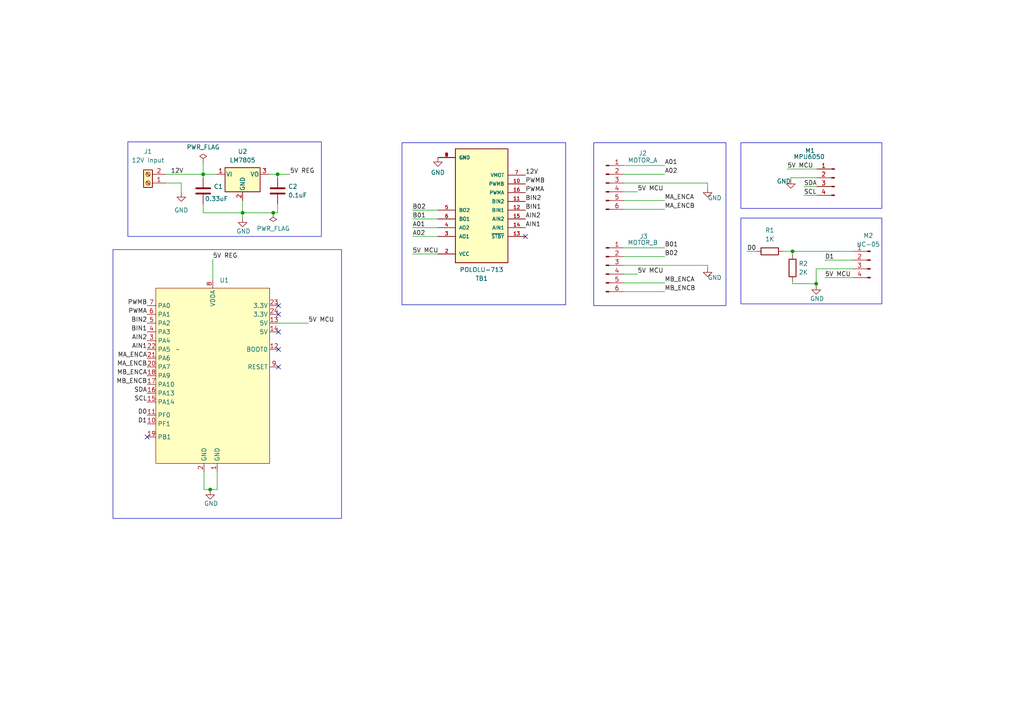
<source format=kicad_sch>
(kicad_sch (version 20230121) (generator eeschema)
  (paper "A4")
  (lib_symbols
    (symbol "Connector:Conn_01x04_Pin" (pin_names (offset 1.016) hide)
      (property "Reference" "J" (at 0 5.08 0))
      (property "Value" "Conn_01x04_Pin" (at 0 -7.62 0))
      (symbol "Conn_01x04_Pin_1_1"
        (polyline (pts (xy 1.27 -5.08) (xy 0.8636 -5.08)) (stroke (width 0.1524)))
        (polyline (pts (xy 1.27 -2.54) (xy 0.8636 -2.54)) (stroke (width 0.1524)))
        (polyline (pts (xy 1.27 0) (xy 0.8636 0)) (stroke (width 0.1524)))
        (polyline (pts (xy 1.27 2.54) (xy 0.8636 2.54)) (stroke (width 0.1524)))
        (rectangle (start 0.8636 -4.953) (end 0 -5.207) (stroke (width 0.1524)) (fill (type outline)))
        (rectangle (start 0.8636 -2.413) (end 0 -2.667) (stroke (width 0.1524)) (fill (type outline)))
        (rectangle (start 0.8636 0.127) (end 0 -0.127) (stroke (width 0.1524)) (fill (type outline)))
        (rectangle (start 0.8636 2.667) (end 0 2.413) (stroke (width 0.1524)) (fill (type outline)))
        (pin passive line (at 5.08 2.54 180) (length 3.81) (name "Pin_1") (number "1"))
        (pin passive line (at 5.08 0 180) (length 3.81) (name "Pin_2") (number "2"))
        (pin passive line (at 5.08 -2.54 180) (length 3.81) (name "Pin_3") (number "3"))
        (pin passive line (at 5.08 -5.08 180) (length 3.81) (name "Pin_4") (number "4"))
      )
    )
    (symbol "Connector:Conn_01x06_Pin" (pin_names (offset 1.016) hide)
      (property "Reference" "J" (at 0 7.62 0))
      (property "Value" "Conn_01x06_Pin" (at 0 -10.16 0))
      (symbol "Conn_01x06_Pin_1_1"
        (polyline (pts (xy 1.27 -7.62) (xy 0.8636 -7.62)) (stroke (width 0.1524)))
        (polyline (pts (xy 1.27 -5.08) (xy 0.8636 -5.08)) (stroke (width 0.1524)))
        (polyline (pts (xy 1.27 -2.54) (xy 0.8636 -2.54)) (stroke (width 0.1524)))
        (polyline (pts (xy 1.27 0) (xy 0.8636 0)) (stroke (width 0.1524)))
        (polyline (pts (xy 1.27 2.54) (xy 0.8636 2.54)) (stroke (width 0.1524)))
        (polyline (pts (xy 1.27 5.08) (xy 0.8636 5.08)) (stroke (width 0.1524)))
        (rectangle (start 0.8636 -7.493) (end 0 -7.747) (stroke (width 0.1524)) (fill (type outline)))
        (rectangle (start 0.8636 -4.953) (end 0 -5.207) (stroke (width 0.1524)) (fill (type outline)))
        (rectangle (start 0.8636 -2.413) (end 0 -2.667) (stroke (width 0.1524)) (fill (type outline)))
        (rectangle (start 0.8636 0.127) (end 0 -0.127) (stroke (width 0.1524)) (fill (type outline)))
        (rectangle (start 0.8636 2.667) (end 0 2.413) (stroke (width 0.1524)) (fill (type outline)))
        (rectangle (start 0.8636 5.207) (end 0 4.953) (stroke (width 0.1524)) (fill (type outline)))
        (pin passive line (at 5.08 5.08 180) (length 3.81) (name "Pin_1") (number "1"))
        (pin passive line (at 5.08 2.54 180) (length 3.81) (name "Pin_2") (number "2"))
        (pin passive line (at 5.08 0 180) (length 3.81) (name "Pin_3") (number "3"))
        (pin passive line (at 5.08 -2.54 180) (length 3.81) (name "Pin_4") (number "4"))
        (pin passive line (at 5.08 -5.08 180) (length 3.81) (name "Pin_5") (number "5"))
        (pin passive line (at 5.08 -7.62 180) (length 3.81) (name "Pin_6") (number "6"))
      )
    )
    (symbol "Connector:Screw_Terminal_01x02" (pin_names (offset 1.016) hide)
      (property "Reference" "J" (at 0 2.54 0))
      (property "Value" "Screw_Terminal_01x02" (at 0 -5.08 0))
      (symbol "Screw_Terminal_01x02_1_1"
        (rectangle (start -1.27 1.27) (end 1.27 -3.81) (stroke (width 0.254)) (fill (type background)))
        (circle (center 0 -2.54) (radius 0.635) (stroke (width 0.1524)))
        (polyline (pts (xy -0.5334 -2.2098) (xy 0.3302 -3.048)) (stroke (width 0.1524)))
        (polyline (pts (xy -0.5334 0.3302) (xy 0.3302 -0.508)) (stroke (width 0.1524)))
        (polyline (pts (xy -0.3556 -2.032) (xy 0.508 -2.8702)) (stroke (width 0.1524)))
        (polyline (pts (xy -0.3556 0.508) (xy 0.508 -0.3302)) (stroke (width 0.1524)))
        (circle (center 0 0) (radius 0.635) (stroke (width 0.1524)))
        (pin passive line (at -5.08 0 0) (length 3.81) (name "Pin_1") (number "1"))
        (pin passive line (at -5.08 -2.54 0) (length 3.81) (name "Pin_2") (number "2"))
      )
    )
    (symbol "Device:C" (pin_numbers hide) (pin_names (offset 0.254))
      (property "Reference" "C" (at 0.635 2.54 0))
      (property "Value" "C" (at 0.635 -2.54 0))
      (symbol "C_0_1"
        (polyline (pts (xy -2.032 -0.762) (xy 2.032 -0.762)) (stroke (width 0.508)))
        (polyline (pts (xy -2.032 0.762) (xy 2.032 0.762)) (stroke (width 0.508)))
      )
      (symbol "C_1_1"
        (pin passive line (at 0 3.81 270) (length 2.794) (name "~") (number "1"))
        (pin passive line (at 0 -3.81 90) (length 2.794) (name "~") (number "2"))
      )
    )
    (symbol "Device:R" (pin_numbers hide) (pin_names (offset 0))
      (property "Reference" "R" (at 2.032 0 90))
      (property "Value" "R" (at 0 0 90))
      (symbol "R_0_1"
        (rectangle (start -1.016 -2.54) (end 1.016 2.54) (stroke (width 0.254)))
      )
      (symbol "R_1_1"
        (pin passive line (at 0 3.81 270) (length 1.27) (name "~") (number "1"))
        (pin passive line (at 0 -3.81 90) (length 1.27) (name "~") (number "2"))
      )
    )
    (symbol "POLOLU-713:POLOLU-713" (pin_names (offset 1.016))
      (property "Reference" "TB" (at -7.6288 15.8933 0))
      (property "Value" "POLOLU-713" (at -7.622 -20.3255 0))
      (symbol "POLOLU-713_0_0"
        (rectangle (start -7.62 -17.78) (end 7.62 15.24) (stroke (width 0.254)) (fill (type background)))
        (pin power_in line (at 12.7 -15.24 180) (length 5.08) (name "GND") (number "1"))
        (pin input line (at -12.7 -7.62 0) (length 5.08) (name "PWMB") (number "10"))
        (pin input line (at -12.7 -2.54 0) (length 5.08) (name "BIN2") (number "11"))
        (pin input line (at -12.7 0 0) (length 5.08) (name "BIN1") (number "12"))
        (pin input line (at -12.7 7.62 0) (length 5.08) (name "~{STBY}") (number "13"))
        (pin input line (at -12.7 5.08 0) (length 5.08) (name "AIN1") (number "14"))
        (pin input line (at -12.7 2.54 0) (length 5.08) (name "AIN2") (number "15"))
        (pin input line (at -12.7 -5.08 0) (length 5.08) (name "PWMA") (number "16"))
        (pin power_in line (at 12.7 12.7 180) (length 5.08) (name "VCC") (number "2"))
        (pin output line (at 12.7 7.62 180) (length 5.08) (name "AO1") (number "3"))
        (pin output line (at 12.7 5.08 180) (length 5.08) (name "AO2") (number "4"))
        (pin output line (at 12.7 0 180) (length 5.08) (name "BO2") (number "5"))
        (pin output line (at 12.7 2.54 180) (length 5.08) (name "BO1") (number "6"))
        (pin input line (at -12.7 -10.16 0) (length 5.08) (name "VMOT") (number "7"))
        (pin power_in line (at 12.7 -15.24 180) (length 5.08) (name "GND") (number "8"))
        (pin power_in line (at 12.7 -15.24 180) (length 5.08) (name "GND") (number "9"))
      )
    )
    (symbol "Regulator_Linear:LM7805_TO220" (pin_names (offset 0.254))
      (property "Reference" "U" (at -3.81 3.175 0))
      (property "Value" "LM7805_TO220" (at 0 3.175 0))
      (symbol "LM7805_TO220_0_1"
        (rectangle (start -5.08 1.905) (end 5.08 -5.08) (stroke (width 0.254)) (fill (type background)))
      )
      (symbol "LM7805_TO220_1_1"
        (pin power_in line (at -7.62 0 0) (length 2.54) (name "VI") (number "1"))
        (pin power_in line (at 0 -7.62 90) (length 2.54) (name "GND") (number "2"))
        (pin power_out line (at 7.62 0 180) (length 2.54) (name "VO") (number "3"))
      )
    )
    (symbol "STM32_Boards:STM32F030F4P6"
      (property "Reference" "U1" (at 0.6859 27.686 0))
      (property "Value" "~" (at -11.43 7.62 0))
      (symbol "STM32F030F4P6_1_1"
        (rectangle (start -17.78 25.4) (end 15.24 -25.4) (fill (type background)))
        (pin passive line (at 0 -27.94 90) (length 2.54) (name "GND") (number "1"))
        (pin bidirectional line (at -20.32 -13.97 0) (length 2.54) (name "PF1") (number "10"))
        (pin bidirectional line (at -20.32 -11.43 0) (length 2.54) (name "PF0") (number "11"))
        (pin input line (at 17.78 7.62 180) (length 2.54) (name "BOOT0") (number "12"))
        (pin power_out line (at 17.78 15.24 180) (length 2.54) (name "5V") (number "13"))
        (pin power_out line (at 17.78 12.7 180) (length 2.54) (name "5V") (number "14"))
        (pin bidirectional line (at -20.32 -7.62 0) (length 2.54) (name "PA14") (number "15"))
        (pin bidirectional line (at -20.32 -5.08 0) (length 2.54) (name "PA13") (number "16"))
        (pin bidirectional line (at -20.32 -2.54 0) (length 2.54) (name "PA10") (number "17"))
        (pin bidirectional line (at -20.32 0 0) (length 2.54) (name "PA9") (number "18"))
        (pin bidirectional line (at -20.32 -17.78 0) (length 2.54) (name "PB1") (number "19"))
        (pin passive line (at -3.81 -27.94 90) (length 2.54) (name "GND") (number "2"))
        (pin bidirectional line (at -20.32 2.54 0) (length 2.54) (name "PA7") (number "20"))
        (pin bidirectional line (at -20.32 5.08 0) (length 2.54) (name "PA6") (number "21"))
        (pin bidirectional line (at -20.32 7.62 0) (length 2.54) (name "PA5") (number "22"))
        (pin power_out line (at 17.78 20.32 180) (length 2.54) (name "3.3V") (number "23"))
        (pin power_out line (at 17.78 17.78 180) (length 2.54) (name "3.3V") (number "24"))
        (pin bidirectional line (at -20.32 10.16 0) (length 2.54) (name "PA4") (number "3"))
        (pin bidirectional line (at -20.32 12.7 0) (length 2.54) (name "PA3") (number "4"))
        (pin bidirectional line (at -20.32 15.24 0) (length 2.54) (name "PA2") (number "5"))
        (pin bidirectional line (at -20.32 17.78 0) (length 2.54) (name "PA1") (number "6"))
        (pin bidirectional line (at -20.32 20.32 0) (length 2.54) (name "PA0") (number "7"))
        (pin power_in line (at -1.27 27.94 270) (length 2.54) (name "VDDA") (number "8"))
        (pin input line (at 17.78 2.54 180) (length 2.54) (name "RESET") (number "9"))
      )
    )
    (symbol "power:GND" (power) (pin_names (offset 0))
      (property "Value" "GND" (at 0 -3.81 0))
      (symbol "GND_0_1"
        (polyline (pts (xy 0 0) (xy 0 -1.27) (xy 1.27 -1.27) (xy 0 -2.54) (xy -1.27 -1.27) (xy 0 -1.27)))
      )
      (symbol "GND_1_1"
        (pin power_in line (at 0 0 270) (length 0) hide (name "GND") (number "1"))
      )
    )
    (symbol "power:PWR_FLAG" (power) (pin_numbers hide) (pin_names (offset 0) hide)
      (property "Value" "PWR_FLAG" (at 0 3.81 0))
      (symbol "PWR_FLAG_0_0"
        (pin power_out line (at 0 0 90) (length 0) (name "pwr") (number "1"))
      )
      (symbol "PWR_FLAG_0_1"
        (polyline (pts (xy 0 0) (xy 0 1.27) (xy -1.016 1.905) (xy 0 2.54) (xy 1.016 1.905) (xy 0 1.27)))
      )
    )
  )
  (junction (at 229.87 72.898))
  (junction (at 80.518 50.546))
  (junction (at 58.928 50.546))
  (junction (at 79.248 61.722))
  (junction (at 60.96 141.986))
  (junction (at 236.728 82.296))
  (junction (at 70.358 61.722))
  (no_connect (at 80.772 101.346))
  (no_connect (at 152.4 68.58))
  (no_connect (at 80.772 96.266))
  (no_connect (at 80.772 91.186))
  (no_connect (at 42.672 126.746))
  (no_connect (at 80.772 106.426))
  (no_connect (at 80.772 88.646))
  (wire (pts (xy 60.96 142.24) (xy 60.96 141.986)))
  (wire (pts (xy 70.358 61.722) (xy 70.358 58.166)))
  (wire (pts (xy 80.772 93.726) (xy 89.408 93.726)))
  (wire (pts (xy 229.87 72.898) (xy 247.396 72.898)))
  (wire (pts (xy 236.728 82.804) (xy 236.728 82.296)))
  (wire (pts (xy 180.848 71.882) (xy 192.786 71.882)))
  (wire (pts (xy 233.172 54.102) (xy 236.982 54.102)))
  (wire (pts (xy 180.848 58.166) (xy 192.786 58.166)))
  (wire (pts (xy 233.172 56.642) (xy 236.982 56.642)))
  (wire (pts (xy 180.848 76.962) (xy 205.232 76.962)))
  (wire (pts (xy 80.518 51.562) (xy 80.518 50.546)))
  (wire (pts (xy 58.928 50.546) (xy 62.738 50.546)))
  (wire (pts (xy 119.634 73.66) (xy 127 73.66)))
  (wire (pts (xy 229.362 51.562) (xy 236.982 51.562)))
  (wire (pts (xy 180.848 48.006) (xy 192.786 48.006)))
  (wire (pts (xy 229.87 81.534) (xy 229.87 82.296)))
  (wire (pts (xy 80.518 50.546) (xy 84.074 50.546)))
  (wire (pts (xy 59.182 136.906) (xy 59.182 141.986)))
  (wire (pts (xy 80.518 59.182) (xy 80.518 61.722)))
  (wire (pts (xy 228.346 49.022) (xy 236.982 49.022)))
  (wire (pts (xy 59.182 141.986) (xy 60.96 141.986)))
  (wire (pts (xy 229.362 52.07) (xy 229.362 51.562)))
  (wire (pts (xy 236.728 82.296) (xy 236.728 77.978)))
  (wire (pts (xy 79.248 61.722) (xy 80.518 61.722)))
  (wire (pts (xy 180.848 84.582) (xy 192.786 84.582)))
  (wire (pts (xy 70.358 61.722) (xy 58.928 61.722)))
  (wire (pts (xy 58.928 47.244) (xy 58.928 50.546)))
  (wire (pts (xy 180.848 55.626) (xy 184.912 55.626)))
  (wire (pts (xy 216.662 72.898) (xy 219.456 72.898)))
  (wire (pts (xy 62.992 136.906) (xy 62.992 141.986)))
  (wire (pts (xy 70.358 63.246) (xy 70.358 61.722)))
  (wire (pts (xy 180.848 60.706) (xy 192.786 60.706)))
  (wire (pts (xy 229.87 82.296) (xy 236.728 82.296)))
  (wire (pts (xy 52.578 53.086) (xy 52.578 55.88)))
  (wire (pts (xy 119.634 68.58) (xy 127 68.58)))
  (wire (pts (xy 61.722 75.184) (xy 61.722 81.026)))
  (wire (pts (xy 180.848 74.422) (xy 192.786 74.422)))
  (wire (pts (xy 70.358 61.722) (xy 79.248 61.722)))
  (wire (pts (xy 239.268 80.518) (xy 247.396 80.518)))
  (wire (pts (xy 180.848 50.546) (xy 192.786 50.546)))
  (wire (pts (xy 236.728 77.978) (xy 247.396 77.978)))
  (wire (pts (xy 205.232 53.086) (xy 205.232 54.61)))
  (wire (pts (xy 239.268 75.438) (xy 247.396 75.438)))
  (wire (pts (xy 227.076 72.898) (xy 229.87 72.898)))
  (wire (pts (xy 58.928 61.722) (xy 58.928 59.182)))
  (wire (pts (xy 205.232 76.962) (xy 205.232 77.724)))
  (wire (pts (xy 80.518 50.546) (xy 77.978 50.546)))
  (wire (pts (xy 48.006 53.086) (xy 52.578 53.086)))
  (wire (pts (xy 60.96 141.986) (xy 62.992 141.986)))
  (wire (pts (xy 180.848 82.042) (xy 192.786 82.042)))
  (wire (pts (xy 180.848 79.502) (xy 184.912 79.502)))
  (wire (pts (xy 229.87 73.914) (xy 229.87 72.898)))
  (wire (pts (xy 48.006 50.546) (xy 58.928 50.546)))
  (wire (pts (xy 119.634 60.96) (xy 127 60.96)))
  (wire (pts (xy 119.634 66.04) (xy 127 66.04)))
  (wire (pts (xy 58.928 51.562) (xy 58.928 50.546)))
  (wire (pts (xy 180.848 53.086) (xy 205.232 53.086)))
  (wire (pts (xy 119.634 63.5) (xy 127 63.5)))
  (rectangle (start 214.884 41.402) (end 255.778 60.452))
  (rectangle (start 214.884 63.246) (end 255.778 88.138))
  (rectangle (start 32.766 72.39) (end 99.06 150.368))
  (rectangle (start 37.084 41.148) (end 93.218 68.58))
  (rectangle (start 116.586 41.402) (end 164.084 88.392))
  (rectangle (start 172.212 41.402) (end 210.566 88.646))
  (label "A02" (at 119.634 68.58 0))
  (label "AIN1" (at 42.672 101.346 180))
  (label "D1" (at 42.672 122.936 180))
  (label "PWMA" (at 42.672 91.186 180))
  (label "BIN1" (at 42.672 96.266 180))
  (label "BIN1" (at 152.4 60.96 0))
  (label "PWMB" (at 42.672 88.646 180))
  (label "B01" (at 119.634 63.5 0))
  (label "AIN2" (at 42.672 98.806 180))
  (label "A02" (at 192.786 50.546 0))
  (label "MB_ENCB" (at 192.786 84.582 0))
  (label "12V" (at 152.4 50.8 0))
  (label "5V MCU" (at 89.408 93.726 0))
  (label "PWMB" (at 152.4 53.34 0))
  (label "BIN2" (at 152.4 58.42 0))
  (label "MA_ENCB" (at 192.786 60.706 0))
  (label "B02" (at 192.786 74.422 0))
  (label "5V MCU" (at 184.912 79.502 0))
  (label "MA_ENCA" (at 42.672 103.886 180))
  (label "D0" (at 42.672 120.396 180))
  (label "5V REG" (at 61.722 75.184 0))
  (label "SDA" (at 42.672 114.046 180))
  (label "BIN2" (at 42.672 93.726 180))
  (label "MA_ENCB" (at 42.672 106.426 180))
  (label "B01" (at 192.786 71.882 0))
  (label "SCL" (at 233.172 56.642 0))
  (label "SCL" (at 42.672 116.586 180))
  (label "MB_ENCA" (at 192.786 82.042 0))
  (label "B02" (at 119.634 60.96 0))
  (label "12V" (at 49.53 50.546 0))
  (label "5V MCU" (at 239.268 80.518 0))
  (label "PWMA" (at 152.4 55.88 0))
  (label "5V MCU" (at 184.912 55.626 0))
  (label "A01" (at 192.786 48.006 0))
  (label "A01" (at 119.634 66.04 0))
  (label "MB_ENCA" (at 42.672 108.966 180))
  (label "MA_ENCA" (at 192.786 58.166 0))
  (label "SDA" (at 233.172 54.102 0))
  (label "D0" (at 216.662 72.898 0))
  (label "5V MCU" (at 228.346 49.022 0))
  (label "D1" (at 239.268 75.438 0))
  (label "AIN2" (at 152.4 63.5 0))
  (label "5V MCU" (at 119.634 73.66 0))
  (label "AIN1" (at 152.4 66.04 0))
  (label "5V REG" (at 84.074 50.546 0))
  (label "MB_ENCB" (at 42.672 111.506 180))
  (symbol (lib_id "Connector:Conn_01x06_Pin") (at 175.768 76.962 0) (unit 1)
    (property "Reference" "J3" (at 186.69 68.58 0))
    (property "Value" "MOTOR_B" (at 186.436 70.358 0))
    (property "Footprint" "Connector_PinHeader_2.54mm:PinHeader_1x06_P2.54mm_Vertical" (effects hide))
  )
  (symbol (lib_id "power:PWR_FLAG") (at 79.248 61.722 180) (unit 1)
    (property "Reference" "#FLG02" (effects hide))
    (property "Value" "PWR_FLAG" (at 79.248 66.294 0))
  )
  (symbol (lib_id "Connector:Conn_01x04_Pin") (at 252.476 75.438 0) (mirror y) (unit 1)
    (property "Reference" "M2" (at 251.841 68.326 0))
    (property "Value" "HC-05" (at 251.841 70.866 0))
    (property "Footprint" "Connector_PinHeader_2.54mm:PinHeader_1x04_P2.54mm_Vertical" (effects hide))
  )
  (symbol (lib_id "Device:R") (at 229.87 77.724 0) (unit 1)
    (property "Reference" "R2" (at 231.648 76.454 0) (effects (justify left)))
    (property "Value" "2K" (at 231.648 78.994 0) (effects (justify left)))
    (property "Footprint" "Resistor_THT:R_Axial_DIN0207_L6.3mm_D2.5mm_P7.62mm_Horizontal" (effects hide))
  )
  (symbol (lib_id "Device:C") (at 80.518 55.372 0) (unit 1)
    (property "Reference" "C2" (at 83.566 54.102 0) (effects (justify left)))
    (property "Value" "0.1uF" (at 83.566 56.642 0) (effects (justify left)))
    (property "Footprint" "Capacitor_THT:C_Disc_D7.5mm_W5.0mm_P5.00mm" (effects hide))
  )
  (symbol (lib_id "Regulator_Linear:LM7805_TO220") (at 70.358 50.546 0) (unit 1)
    (property "Reference" "U2" (at 70.358 43.942 0))
    (property "Value" "LM7805" (at 70.358 46.482 0))
    (property "Footprint" "Package_TO_SOT_THT:TO-220-3_Vertical" (effects hide))
    (property "Datasheet" "https://www.onsemi.cn/PowerSolutions/document/MC7800-D.PDF" (effects hide))
  )
  (symbol (lib_id "power:GND") (at 205.232 77.724 0) (mirror y) (unit 1)
    (property "Reference" "#PWR06" (effects hide))
    (property "Value" "GND" (at 205.232 80.518 0) (effects (justify right)))
  )
  (symbol (lib_id "power:GND") (at 236.728 82.804 0) (unit 1)
    (property "Reference" "#PWR08" (effects hide))
    (property "Value" "GND" (at 236.982 86.614 0))
  )
  (symbol (lib_id "Connector:Conn_01x04_Pin") (at 242.062 51.562 0) (mirror y) (unit 1)
    (property "Reference" "M1" (at 234.95 43.688 0))
    (property "Value" "MPU6050" (at 234.696 45.466 0))
    (property "Footprint" "Connector_PinHeader_2.54mm:PinHeader_1x04_P2.54mm_Vertical" (effects hide))
  )
  (symbol (lib_id "power:PWR_FLAG") (at 58.928 47.244 0) (unit 1)
    (property "Reference" "#FLG01" (effects hide))
    (property "Value" "PWR_FLAG" (at 58.928 42.672 0))
  )
  (symbol (lib_id "Device:R") (at 223.266 72.898 90) (unit 1)
    (property "Reference" "R1" (at 223.266 66.802 90))
    (property "Value" "1K" (at 223.266 69.342 90))
    (property "Footprint" "Resistor_THT:R_Axial_DIN0207_L6.3mm_D2.5mm_P7.62mm_Horizontal" (effects hide))
  )
  (symbol (lib_id "power:GND") (at 127 45.72 0) (mirror y) (unit 1)
    (property "Reference" "#PWR04" (effects hide))
    (property "Value" "GND" (at 127 50.038 0))
  )
  (symbol (lib_id "Connector:Screw_Terminal_01x02") (at 42.926 53.086 180) (unit 1)
    (property "Reference" "J1" (at 42.926 43.942 0))
    (property "Value" "12V Input" (at 42.926 46.482 0))
    (property "Footprint" "TerminalBlock_RND:TerminalBlock_RND_205-00001_1x02_P5.00mm_Horizontal" (effects hide))
  )
  (symbol (lib_id "Connector:Conn_01x06_Pin") (at 175.768 53.086 0) (unit 1)
    (property "Reference" "J2" (at 186.436 44.45 0))
    (property "Value" "MOTOR_A" (at 186.436 46.482 0))
    (property "Footprint" "Connector_PinHeader_2.54mm:PinHeader_1x06_P2.54mm_Vertical" (effects hide))
  )
  (symbol (lib_id "power:GND") (at 52.578 55.88 0) (unit 1)
    (property "Reference" "#PWR01" (effects hide))
    (property "Value" "GND" (at 52.578 60.96 0))
  )
  (symbol (lib_id "Device:C") (at 58.928 55.372 0) (unit 1)
    (property "Reference" "C1" (at 61.976 54.102 0) (effects (justify left)))
    (property "Value" "0.33uF" (at 59.436 57.658 0) (effects (justify left)))
    (property "Footprint" "Capacitor_THT:C_Disc_D7.5mm_W5.0mm_P5.00mm" (effects hide))
  )
  (symbol (lib_id "STM32_Boards:STM32F030F4P6") (at 62.992 108.966 0) (unit 1)
    (property "Reference" "U1" (at 63.6779 81.28 0) (effects (justify left)))
    (property "Value" "~" (at 51.562 101.346 0))
    (property "Footprint" "STM32_Boards:STM32F030F4P6" (effects hide))
  )
  (symbol (lib_id "power:GND") (at 70.358 63.246 0) (unit 1)
    (property "Reference" "#PWR03" (effects hide))
    (property "Value" "GND" (at 70.612 67.056 0))
  )
  (symbol (lib_id "POLOLU-713:POLOLU-713") (at 139.7 60.96 180) (unit 1)
    (property "Reference" "TB1" (at 139.7 80.772 0))
    (property "Value" "POLOLU-713" (at 139.7 78.232 0))
    (property "Footprint" "POLOLU-713:SHIELD_POLOLU-713" (effects hide))
    (property "MF" "Pololu" (effects hide))
    (property "Description" "\nDC-motor driver; IC: TB6612FNG; 100kHz; 1A; Uin mot: 4.5\n" (effects hide))
    (property "Package" "None" (effects hide))
    (property "Price" "None" (effects hide))
    (property "Check_prices" "https://www.snapeda.com/parts/POLOLU-713/Pololu/view-part/?ref=eda" (effects hide))
    (property "STANDARD" "Manufacturer recommendations" (effects hide))
    (property "SnapEDA_Link" "https://www.snapeda.com/parts/POLOLU-713/Pololu/view-part/?ref=snap" (effects hide))
    (property "MP" "POLOLU-713" (effects hide))
    (property "Availability" "Not in stock" (effects hide))
    (property "MANUFACTURER" "POLOLU" (effects hide))
  )
  (symbol (lib_id "power:GND") (at 60.96 142.24 0) (unit 1)
    (property "Reference" "#PWR02" (effects hide))
    (property "Value" "GND" (at 61.214 146.05 0))
  )
  (symbol (lib_id "power:GND") (at 229.362 52.07 0) (unit 1)
    (property "Reference" "#PWR07" (effects hide))
    (property "Value" "GND" (at 227.33 52.578 0))
  )
  (symbol (lib_id "power:GND") (at 205.232 54.61 0) (mirror y) (unit 1)
    (property "Reference" "#PWR05" (effects hide))
    (property "Value" "GND" (at 205.232 57.404 0) (effects (justify right)))
  )
)
</source>
